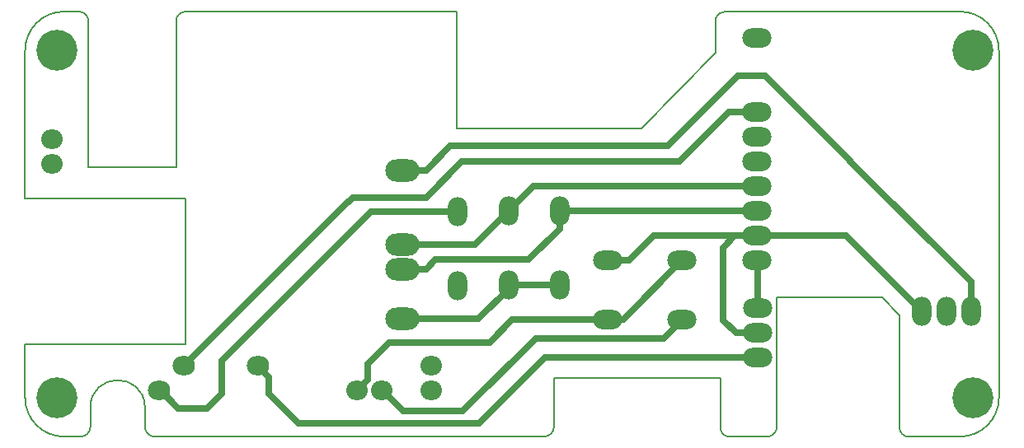
<source format=gtl>
%TF.GenerationSoftware,KiCad,Pcbnew,(5.0.0)*%
%TF.CreationDate,2019-07-04T13:56:56+02:00*%
%TF.ProjectId,Gnu vario V1.10,476E7520766172696F2056312E31302E,V 1.4*%
%TF.SameCoordinates,Original*%
%TF.FileFunction,Copper,L1,Top,Signal*%
%TF.FilePolarity,Positive*%
%FSLAX46Y46*%
G04 Gerber Fmt 4.6, Leading zero omitted, Abs format (unit mm)*
G04 Created by KiCad (PCBNEW (5.0.0)) date 07/04/19 13:56:56*
%MOMM*%
%LPD*%
G01*
G04 APERTURE LIST*
%ADD10C,0.150000*%
%ADD11O,3.000000X2.000000*%
%ADD12O,2.200000X2.000000*%
%ADD13C,4.200000*%
%ADD14O,2.300000X2.000000*%
%ADD15O,2.000000X3.000000*%
%ADD16O,3.500000X2.300000*%
%ADD17C,0.700000*%
G04 APERTURE END LIST*
D10*
X162700000Y-95300000D02*
X173500000Y-95300000D01*
X162700000Y-108600000D02*
G75*
G02X161700000Y-109600000I-1000000J0D01*
G01*
X176200000Y-109600000D02*
G75*
G02X175300000Y-108700000I0J900000D01*
G01*
X175300000Y-97100000D02*
X175300000Y-108700000D01*
X173500000Y-95300000D02*
X175300000Y-97100000D01*
X162700000Y-95300000D02*
X162700000Y-108600000D01*
X157800000Y-109600000D02*
G75*
G02X156900000Y-108700000I0J900000D01*
G01*
X85500000Y-69900000D02*
X85500000Y-85100000D01*
X102000000Y-100100000D02*
X85500000Y-100100000D01*
X102000000Y-85100000D02*
X102000000Y-100100000D01*
X101000000Y-85100000D02*
X102000000Y-85100000D01*
X101000000Y-85100000D02*
X85500000Y-85100000D01*
X148800000Y-77900000D02*
X156400000Y-70100000D01*
X129800000Y-77900000D02*
X148800000Y-77900000D01*
X129800000Y-65900000D02*
X129800000Y-77900000D01*
X157800000Y-109600000D02*
X161700000Y-109600000D01*
X175700000Y-65900000D02*
X162400000Y-65900000D01*
X162400000Y-65900000D02*
X157400000Y-65900000D01*
X156402857Y-66600886D02*
G75*
G02X157400000Y-65900000I952331J-295115D01*
G01*
X156400000Y-66600000D02*
X156400000Y-70100000D01*
X98800000Y-109600000D02*
G75*
G02X97800000Y-108600000I0J1000000D01*
G01*
X92198215Y-108600000D02*
G75*
G02X91198215Y-109600000I-1000000J0D01*
G01*
X92198215Y-106600000D02*
G75*
G02X97800000Y-106500000I2801785J0D01*
G01*
X97800000Y-108600000D02*
X97800000Y-106500000D01*
X92200000Y-108600000D02*
X92198215Y-106600000D01*
X139800000Y-108600000D02*
G75*
G02X138800000Y-109600000I-1000000J0D01*
G01*
X101000000Y-66900000D02*
G75*
G02X102000000Y-65900000I1000000J0D01*
G01*
X91000000Y-65900000D02*
G75*
G02X92000000Y-66900000I0J-1000000D01*
G01*
X85500000Y-69900000D02*
G75*
G02X89500000Y-65900000I4000000J0D01*
G01*
X89500000Y-109600000D02*
G75*
G02X85500000Y-105600000I0J4000000D01*
G01*
X185500000Y-105600000D02*
G75*
G02X181500000Y-109600000I-4000000J0D01*
G01*
X181500000Y-65900000D02*
G75*
G02X185500000Y-69900000I0J-4000000D01*
G01*
X156900000Y-103600000D02*
X139800000Y-103600000D01*
X139800000Y-103600000D02*
X139800000Y-108600000D01*
X156900000Y-108700000D02*
X156900000Y-103600000D01*
X138800000Y-109600000D02*
X98800000Y-109600000D01*
X181500000Y-109600000D02*
X176200000Y-109600000D01*
X185500000Y-69900000D02*
X185500000Y-105600000D01*
X175700000Y-65900000D02*
X181500000Y-65900000D01*
X102000000Y-65900000D02*
X129800000Y-65900000D01*
X101000000Y-81900000D02*
X101000000Y-66900000D01*
X92000000Y-81900000D02*
X101000000Y-81900000D01*
X92000000Y-66900000D02*
X92000000Y-81900000D01*
X89500000Y-65900000D02*
X91000000Y-65900000D01*
X85500000Y-105600000D02*
X85500000Y-100100000D01*
X91200000Y-109600000D02*
X89500000Y-109600000D01*
D11*
X160660000Y-88920000D03*
X160660000Y-86380000D03*
X160660000Y-91460000D03*
X160660000Y-81300000D03*
X160660000Y-78760000D03*
X160660000Y-83840000D03*
X160660000Y-76220000D03*
X160660000Y-68600000D03*
D12*
X88260000Y-81580000D03*
X88260000Y-79040000D03*
D13*
X88800000Y-105600000D03*
X88800000Y-69900000D03*
X182800000Y-69900000D03*
X182800000Y-105600000D03*
D12*
X127184546Y-102334532D03*
X127184546Y-104874532D03*
D14*
X99244546Y-104884532D03*
D12*
X122104546Y-104874532D03*
X119564546Y-104874532D03*
D14*
X109404546Y-102334532D03*
X101784546Y-102334532D03*
D11*
X160700000Y-96420000D03*
X160700000Y-101500000D03*
X160700000Y-98960000D03*
X152950000Y-97570000D03*
X145330000Y-97570000D03*
X152950000Y-91510000D03*
X145330000Y-91510000D03*
D15*
X140390000Y-94040000D03*
X140390000Y-86420000D03*
X135130000Y-94040000D03*
X135130000Y-86420000D03*
D16*
X124210000Y-97470000D03*
X124210000Y-92390000D03*
X124210000Y-89850000D03*
X124210000Y-82230000D03*
D15*
X129890000Y-94070000D03*
X129890000Y-86450000D03*
X177580000Y-96740000D03*
X180120000Y-96740000D03*
X182660000Y-96740000D03*
D17*
X160500000Y-96220000D02*
X160700000Y-96420000D01*
X151800001Y-98719999D02*
X152950000Y-97570000D01*
X122204546Y-104874532D02*
X124330014Y-107000000D01*
X122104546Y-104874532D02*
X122204546Y-104874532D01*
X124330014Y-107000000D02*
X130385774Y-107000000D01*
X130385774Y-107000000D02*
X137915773Y-99470001D01*
X137915773Y-99470001D02*
X151049999Y-99470001D01*
X151049999Y-99470001D02*
X151800001Y-98719999D01*
X160700000Y-96420000D02*
X160700000Y-91580000D01*
X146890000Y-97570000D02*
X145330000Y-97570000D01*
X152950000Y-91510000D02*
X146890000Y-97570000D01*
X120714547Y-103724531D02*
X120714547Y-102098186D01*
X119564546Y-104874532D02*
X120714547Y-103724531D01*
X122912733Y-99900000D02*
X121000000Y-101812733D01*
X133200000Y-99900000D02*
X122912733Y-99900000D01*
X135530000Y-97570000D02*
X133200000Y-99900000D01*
X145330000Y-97570000D02*
X135530000Y-97570000D01*
X120714547Y-102098186D02*
X121000000Y-101812733D01*
X121000000Y-101812733D02*
X121912733Y-100900000D01*
X160700000Y-101500000D02*
X138850000Y-101500000D01*
X138050000Y-102300000D02*
X138040000Y-102300000D01*
X138850000Y-101500000D02*
X138050000Y-102300000D01*
X132150000Y-108200000D02*
X138050000Y-102300000D01*
X115300000Y-108200000D02*
X132150000Y-108200000D01*
X113558012Y-108200000D02*
X115300000Y-108200000D01*
X110554547Y-105196535D02*
X113558012Y-108200000D01*
X110554547Y-103484533D02*
X110554547Y-105196535D01*
X109404546Y-102334532D02*
X110554547Y-103484533D01*
X159063160Y-76260000D02*
X160500000Y-76260000D01*
X128580000Y-83110000D02*
X130360000Y-81330000D01*
X128570000Y-83110000D02*
X128580000Y-83110000D01*
X158300000Y-76260000D02*
X160500000Y-76260000D01*
X157785998Y-76260000D02*
X158300000Y-76260000D01*
X152715998Y-81330000D02*
X157785998Y-76260000D01*
X130360000Y-81330000D02*
X152715998Y-81330000D01*
X101784546Y-102334532D02*
X118669088Y-85449990D01*
X118669088Y-85449990D02*
X118750010Y-85449990D01*
X118750010Y-85449990D02*
X119200000Y-85000000D01*
X126690000Y-85000000D02*
X130360000Y-81330000D01*
X119200000Y-85000000D02*
X126690000Y-85000000D01*
X182660000Y-93690000D02*
X182660000Y-96740000D01*
X170240000Y-81270000D02*
X182660000Y-93690000D01*
X124210000Y-82230000D02*
X126660000Y-82230000D01*
X126660000Y-82230000D02*
X129190000Y-79700000D01*
X129190000Y-79700000D02*
X151500000Y-79700000D01*
X151500000Y-79700000D02*
X158670001Y-72529999D01*
X170240000Y-81240000D02*
X170240000Y-81270000D01*
X158670001Y-72529999D02*
X161529999Y-72529999D01*
X161529999Y-72529999D02*
X170240000Y-81240000D01*
X135130000Y-86420000D02*
X137290000Y-84260000D01*
X137670000Y-83880000D02*
X137290000Y-84260000D01*
X160500000Y-83880000D02*
X137670000Y-83880000D01*
X131700000Y-89850000D02*
X124210000Y-89850000D01*
X135130000Y-86420000D02*
X131700000Y-89850000D01*
X145920000Y-86420000D02*
X160500000Y-86420000D01*
X145920000Y-86420000D02*
X140390000Y-86420000D01*
X140390000Y-88210000D02*
X140390000Y-86420000D01*
X137200000Y-91400000D02*
X140390000Y-88210000D01*
X127650000Y-91400000D02*
X137200000Y-91400000D01*
X126660000Y-92390000D02*
X127650000Y-91400000D01*
X124210000Y-92390000D02*
X126660000Y-92390000D01*
X140390000Y-94040000D02*
X135130000Y-94040000D01*
X135130000Y-94390000D02*
X135130000Y-94040000D01*
X132050000Y-97470000D02*
X135130000Y-94390000D01*
X124210000Y-97470000D02*
X132050000Y-97470000D01*
X162760000Y-88960000D02*
X160500000Y-88960000D01*
X177580000Y-96740000D02*
X169800000Y-88960000D01*
X169800000Y-88960000D02*
X162760000Y-88960000D01*
X159073655Y-98960000D02*
X160700000Y-98960000D01*
X150080000Y-88960000D02*
X151930000Y-88960000D01*
X147530000Y-91510000D02*
X150080000Y-88960000D01*
X145330000Y-91510000D02*
X147530000Y-91510000D01*
X151930000Y-88960000D02*
X151450000Y-88960000D01*
X157200000Y-90160000D02*
X158400000Y-88960000D01*
X157200000Y-97660000D02*
X157200000Y-90160000D01*
X158500000Y-98960000D02*
X157200000Y-97660000D01*
X160700000Y-98960000D02*
X158500000Y-98960000D01*
X160500000Y-88960000D02*
X158400000Y-88960000D01*
X158400000Y-88960000D02*
X151930000Y-88960000D01*
X121350000Y-86450000D02*
X129890000Y-86450000D01*
X99394546Y-104884532D02*
X101210014Y-106700000D01*
X99244546Y-104884532D02*
X99394546Y-104884532D01*
X121057076Y-86450000D02*
X121350000Y-86450000D01*
X105714545Y-101792531D02*
X121057076Y-86450000D01*
X105714545Y-105196535D02*
X105714545Y-101792531D01*
X104211080Y-106700000D02*
X105714545Y-105196535D01*
X101210014Y-106700000D02*
X104211080Y-106700000D01*
M02*

</source>
